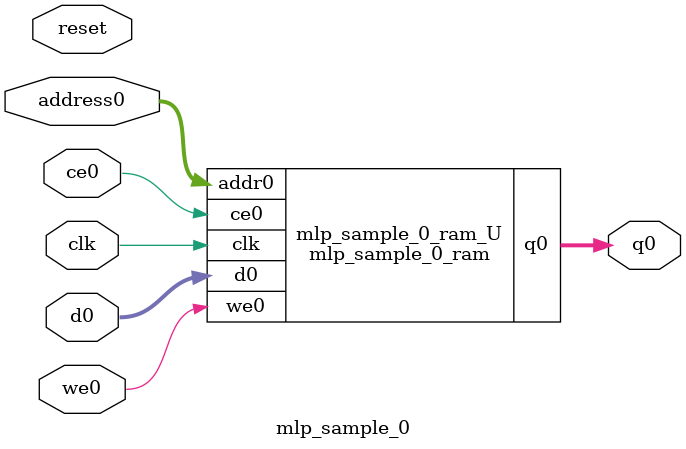
<source format=v>
`timescale 1 ns / 1 ps
module mlp_sample_0_ram (addr0, ce0, d0, we0, q0,  clk);

parameter DWIDTH = 8;
parameter AWIDTH = 6;
parameter MEM_SIZE = 64;

input[AWIDTH-1:0] addr0;
input ce0;
input[DWIDTH-1:0] d0;
input we0;
output reg[DWIDTH-1:0] q0;
input clk;

(* ram_style = "distributed" *)reg [DWIDTH-1:0] ram[0:MEM_SIZE-1];




always @(posedge clk)  
begin 
    if (ce0) begin
        if (we0) 
            ram[addr0] <= d0; 
        q0 <= ram[addr0];
    end
end


endmodule

`timescale 1 ns / 1 ps
module mlp_sample_0(
    reset,
    clk,
    address0,
    ce0,
    we0,
    d0,
    q0);

parameter DataWidth = 32'd8;
parameter AddressRange = 32'd64;
parameter AddressWidth = 32'd6;
input reset;
input clk;
input[AddressWidth - 1:0] address0;
input ce0;
input we0;
input[DataWidth - 1:0] d0;
output[DataWidth - 1:0] q0;



mlp_sample_0_ram mlp_sample_0_ram_U(
    .clk( clk ),
    .addr0( address0 ),
    .ce0( ce0 ),
    .we0( we0 ),
    .d0( d0 ),
    .q0( q0 ));

endmodule


</source>
